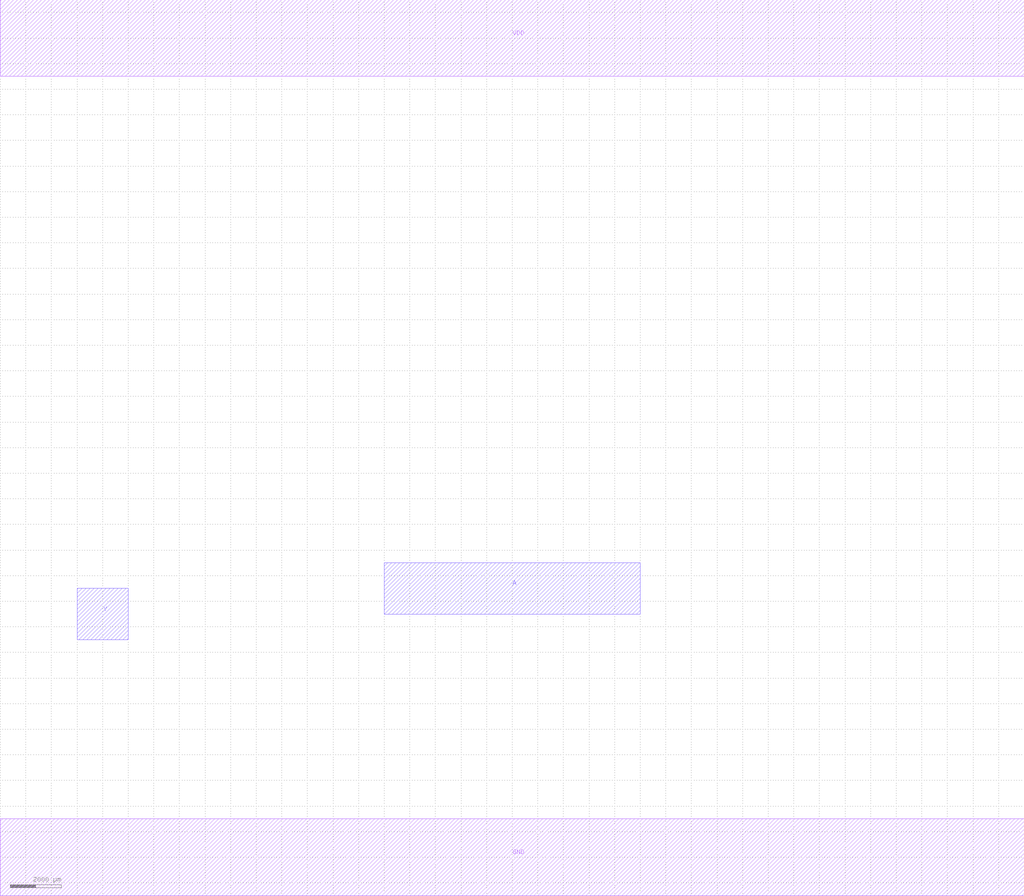
<source format=lef>
MACRO INVX8
 CLASS CORE ;
 ORIGIN 0 0 ;
 FOREIGN INVX8 0 0 ;
 SITE CORE ;
 SYMMETRY X Y R90 ;
  PIN VDD
   DIRECTION INOUT ;
   USE SIGNAL ;
   SHAPE ABUTMENT ;
    PORT
     CLASS CORE ;
       LAYER metal1 ;
        RECT 0.00000000 30500.00000000 40000.00000000 33500.00000000 ;
    END
  END VDD

  PIN GND
   DIRECTION INOUT ;
   USE SIGNAL ;
   SHAPE ABUTMENT ;
    PORT
     CLASS CORE ;
       LAYER metal1 ;
        RECT 0.00000000 -1500.00000000 40000.00000000 1500.00000000 ;
    END
  END GND

  PIN A
   DIRECTION INOUT ;
   USE SIGNAL ;
   SHAPE ABUTMENT ;
    PORT
     CLASS CORE ;
       LAYER metal2 ;
        RECT 15000.00000000 9500.00000000 25000.00000000 11500.00000000 ;
    END
  END A

  PIN Y
   DIRECTION INOUT ;
   USE SIGNAL ;
   SHAPE ABUTMENT ;
    PORT
     CLASS CORE ;
       LAYER metal2 ;
        RECT 3000.00000000 8500.00000000 5000.00000000 10500.00000000 ;
    END
  END Y


END INVX8

</source>
